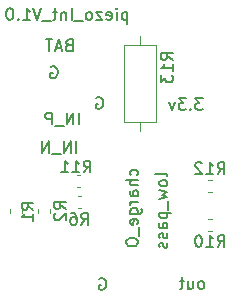
<source format=gbr>
%TF.GenerationSoftware,KiCad,Pcbnew,(5.1.6)-1*%
%TF.CreationDate,2020-11-25T11:03:50+08:00*%
%TF.ProjectId,BCG_Piezo_Integrated_V1.0,4243475f-5069-4657-9a6f-5f496e746567,rev?*%
%TF.SameCoordinates,Original*%
%TF.FileFunction,Legend,Bot*%
%TF.FilePolarity,Positive*%
%FSLAX46Y46*%
G04 Gerber Fmt 4.6, Leading zero omitted, Abs format (unit mm)*
G04 Created by KiCad (PCBNEW (5.1.6)-1) date 2020-11-25 11:03:50*
%MOMM*%
%LPD*%
G01*
G04 APERTURE LIST*
%ADD10C,0.150000*%
%ADD11C,0.120000*%
G04 APERTURE END LIST*
D10*
X170017438Y-129935314D02*
X170017438Y-130935314D01*
X170017438Y-129982933D02*
X169922200Y-129935314D01*
X169731723Y-129935314D01*
X169636485Y-129982933D01*
X169588866Y-130030552D01*
X169541247Y-130125790D01*
X169541247Y-130411504D01*
X169588866Y-130506742D01*
X169636485Y-130554361D01*
X169731723Y-130601980D01*
X169922200Y-130601980D01*
X170017438Y-130554361D01*
X169112676Y-130601980D02*
X169112676Y-129935314D01*
X169112676Y-129601980D02*
X169160295Y-129649600D01*
X169112676Y-129697219D01*
X169065057Y-129649600D01*
X169112676Y-129601980D01*
X169112676Y-129697219D01*
X168255533Y-130554361D02*
X168350771Y-130601980D01*
X168541247Y-130601980D01*
X168636485Y-130554361D01*
X168684104Y-130459123D01*
X168684104Y-130078171D01*
X168636485Y-129982933D01*
X168541247Y-129935314D01*
X168350771Y-129935314D01*
X168255533Y-129982933D01*
X168207914Y-130078171D01*
X168207914Y-130173409D01*
X168684104Y-130268647D01*
X167874580Y-129935314D02*
X167350771Y-129935314D01*
X167874580Y-130601980D01*
X167350771Y-130601980D01*
X166826961Y-130601980D02*
X166922200Y-130554361D01*
X166969819Y-130506742D01*
X167017438Y-130411504D01*
X167017438Y-130125790D01*
X166969819Y-130030552D01*
X166922200Y-129982933D01*
X166826961Y-129935314D01*
X166684104Y-129935314D01*
X166588866Y-129982933D01*
X166541247Y-130030552D01*
X166493628Y-130125790D01*
X166493628Y-130411504D01*
X166541247Y-130506742D01*
X166588866Y-130554361D01*
X166684104Y-130601980D01*
X166826961Y-130601980D01*
X166303152Y-130697219D02*
X165541247Y-130697219D01*
X165303152Y-130601980D02*
X165303152Y-129601980D01*
X164826961Y-129935314D02*
X164826961Y-130601980D01*
X164826961Y-130030552D02*
X164779342Y-129982933D01*
X164684104Y-129935314D01*
X164541247Y-129935314D01*
X164446009Y-129982933D01*
X164398390Y-130078171D01*
X164398390Y-130601980D01*
X164065057Y-129935314D02*
X163684104Y-129935314D01*
X163922200Y-129601980D02*
X163922200Y-130459123D01*
X163874580Y-130554361D01*
X163779342Y-130601980D01*
X163684104Y-130601980D01*
X163588866Y-130697219D02*
X162826961Y-130697219D01*
X162731723Y-129601980D02*
X162398390Y-130601980D01*
X162065057Y-129601980D01*
X161207914Y-130601980D02*
X161779342Y-130601980D01*
X161493628Y-130601980D02*
X161493628Y-129601980D01*
X161588866Y-129744838D01*
X161684104Y-129840076D01*
X161779342Y-129887695D01*
X160779342Y-130506742D02*
X160731723Y-130554361D01*
X160779342Y-130601980D01*
X160826961Y-130554361D01*
X160779342Y-130506742D01*
X160779342Y-130601980D01*
X160112676Y-129601980D02*
X160017438Y-129601980D01*
X159922200Y-129649600D01*
X159874580Y-129697219D01*
X159826961Y-129792457D01*
X159779342Y-129982933D01*
X159779342Y-130221028D01*
X159826961Y-130411504D01*
X159874580Y-130506742D01*
X159922200Y-130554361D01*
X160017438Y-130601980D01*
X160112676Y-130601980D01*
X160207914Y-130554361D01*
X160255533Y-130506742D01*
X160303152Y-130411504D01*
X160350771Y-130221028D01*
X160350771Y-129982933D01*
X160303152Y-129792457D01*
X160255533Y-129697219D01*
X160207914Y-129649600D01*
X160112676Y-129601980D01*
X167403495Y-137168000D02*
X167498733Y-137120380D01*
X167641590Y-137120380D01*
X167784447Y-137168000D01*
X167879685Y-137263238D01*
X167927304Y-137358476D01*
X167974923Y-137548952D01*
X167974923Y-137691809D01*
X167927304Y-137882285D01*
X167879685Y-137977523D01*
X167784447Y-138072761D01*
X167641590Y-138120380D01*
X167546352Y-138120380D01*
X167403495Y-138072761D01*
X167355876Y-138025142D01*
X167355876Y-137691809D01*
X167546352Y-137691809D01*
X176409171Y-137221980D02*
X175790123Y-137221980D01*
X176123457Y-137602933D01*
X175980600Y-137602933D01*
X175885361Y-137650552D01*
X175837742Y-137698171D01*
X175790123Y-137793409D01*
X175790123Y-138031504D01*
X175837742Y-138126742D01*
X175885361Y-138174361D01*
X175980600Y-138221980D01*
X176266314Y-138221980D01*
X176361552Y-138174361D01*
X176409171Y-138126742D01*
X175361552Y-138126742D02*
X175313933Y-138174361D01*
X175361552Y-138221980D01*
X175409171Y-138174361D01*
X175361552Y-138126742D01*
X175361552Y-138221980D01*
X174980600Y-137221980D02*
X174361552Y-137221980D01*
X174694885Y-137602933D01*
X174552028Y-137602933D01*
X174456790Y-137650552D01*
X174409171Y-137698171D01*
X174361552Y-137793409D01*
X174361552Y-138031504D01*
X174409171Y-138126742D01*
X174456790Y-138174361D01*
X174552028Y-138221980D01*
X174837742Y-138221980D01*
X174932980Y-138174361D01*
X174980600Y-138126742D01*
X174028219Y-137555314D02*
X173790123Y-138221980D01*
X173552028Y-137555314D01*
X165050695Y-132719771D02*
X164907838Y-132767390D01*
X164860219Y-132815009D01*
X164812600Y-132910247D01*
X164812600Y-133053104D01*
X164860219Y-133148342D01*
X164907838Y-133195961D01*
X165003076Y-133243580D01*
X165384028Y-133243580D01*
X165384028Y-132243580D01*
X165050695Y-132243580D01*
X164955457Y-132291200D01*
X164907838Y-132338819D01*
X164860219Y-132434057D01*
X164860219Y-132529295D01*
X164907838Y-132624533D01*
X164955457Y-132672152D01*
X165050695Y-132719771D01*
X165384028Y-132719771D01*
X164431647Y-132957866D02*
X163955457Y-132957866D01*
X164526885Y-133243580D02*
X164193552Y-132243580D01*
X163860219Y-133243580D01*
X163669742Y-132243580D02*
X163098314Y-132243580D01*
X163384028Y-133243580D02*
X163384028Y-132243580D01*
X163542695Y-134577200D02*
X163637933Y-134529580D01*
X163780790Y-134529580D01*
X163923647Y-134577200D01*
X164018885Y-134672438D01*
X164066504Y-134767676D01*
X164114123Y-134958152D01*
X164114123Y-135101009D01*
X164066504Y-135291485D01*
X164018885Y-135386723D01*
X163923647Y-135481961D01*
X163780790Y-135529580D01*
X163685552Y-135529580D01*
X163542695Y-135481961D01*
X163495076Y-135434342D01*
X163495076Y-135101009D01*
X163685552Y-135101009D01*
X165920561Y-139441180D02*
X165920561Y-138441180D01*
X165444371Y-139441180D02*
X165444371Y-138441180D01*
X164872942Y-139441180D01*
X164872942Y-138441180D01*
X164634847Y-139536419D02*
X163872942Y-139536419D01*
X163634847Y-139441180D02*
X163634847Y-138441180D01*
X163253895Y-138441180D01*
X163158657Y-138488800D01*
X163111038Y-138536419D01*
X163063419Y-138631657D01*
X163063419Y-138774514D01*
X163111038Y-138869752D01*
X163158657Y-138917371D01*
X163253895Y-138964990D01*
X163634847Y-138964990D01*
X165690371Y-141879580D02*
X165690371Y-140879580D01*
X165214180Y-141879580D02*
X165214180Y-140879580D01*
X164642752Y-141879580D01*
X164642752Y-140879580D01*
X164404657Y-141974819D02*
X163642752Y-141974819D01*
X163404657Y-141879580D02*
X163404657Y-140879580D01*
X162833228Y-141879580D01*
X162833228Y-140879580D01*
X176348923Y-153360380D02*
X176444161Y-153312761D01*
X176491780Y-153265142D01*
X176539400Y-153169904D01*
X176539400Y-152884190D01*
X176491780Y-152788952D01*
X176444161Y-152741333D01*
X176348923Y-152693714D01*
X176206066Y-152693714D01*
X176110828Y-152741333D01*
X176063209Y-152788952D01*
X176015590Y-152884190D01*
X176015590Y-153169904D01*
X176063209Y-153265142D01*
X176110828Y-153312761D01*
X176206066Y-153360380D01*
X176348923Y-153360380D01*
X175158447Y-152693714D02*
X175158447Y-153360380D01*
X175587019Y-152693714D02*
X175587019Y-153217523D01*
X175539400Y-153312761D01*
X175444161Y-153360380D01*
X175301304Y-153360380D01*
X175206066Y-153312761D01*
X175158447Y-153265142D01*
X174825114Y-152693714D02*
X174444161Y-152693714D01*
X174682257Y-152360380D02*
X174682257Y-153217523D01*
X174634638Y-153312761D01*
X174539400Y-153360380D01*
X174444161Y-153360380D01*
X173400980Y-143808819D02*
X173353361Y-143713580D01*
X173258123Y-143665961D01*
X172400980Y-143665961D01*
X173400980Y-144332628D02*
X173353361Y-144237390D01*
X173305742Y-144189771D01*
X173210504Y-144142152D01*
X172924790Y-144142152D01*
X172829552Y-144189771D01*
X172781933Y-144237390D01*
X172734314Y-144332628D01*
X172734314Y-144475485D01*
X172781933Y-144570723D01*
X172829552Y-144618342D01*
X172924790Y-144665961D01*
X173210504Y-144665961D01*
X173305742Y-144618342D01*
X173353361Y-144570723D01*
X173400980Y-144475485D01*
X173400980Y-144332628D01*
X172734314Y-144999295D02*
X173400980Y-145189771D01*
X172924790Y-145380247D01*
X173400980Y-145570723D01*
X172734314Y-145761200D01*
X173496219Y-145904057D02*
X173496219Y-146665961D01*
X172734314Y-146904057D02*
X173734314Y-146904057D01*
X172781933Y-146904057D02*
X172734314Y-146999295D01*
X172734314Y-147189771D01*
X172781933Y-147285009D01*
X172829552Y-147332628D01*
X172924790Y-147380247D01*
X173210504Y-147380247D01*
X173305742Y-147332628D01*
X173353361Y-147285009D01*
X173400980Y-147189771D01*
X173400980Y-146999295D01*
X173353361Y-146904057D01*
X173400980Y-148237390D02*
X172877171Y-148237390D01*
X172781933Y-148189771D01*
X172734314Y-148094533D01*
X172734314Y-147904057D01*
X172781933Y-147808819D01*
X173353361Y-148237390D02*
X173400980Y-148142152D01*
X173400980Y-147904057D01*
X173353361Y-147808819D01*
X173258123Y-147761200D01*
X173162885Y-147761200D01*
X173067647Y-147808819D01*
X173020028Y-147904057D01*
X173020028Y-148142152D01*
X172972409Y-148237390D01*
X173353361Y-148665961D02*
X173400980Y-148761200D01*
X173400980Y-148951676D01*
X173353361Y-149046914D01*
X173258123Y-149094533D01*
X173210504Y-149094533D01*
X173115266Y-149046914D01*
X173067647Y-148951676D01*
X173067647Y-148808819D01*
X173020028Y-148713580D01*
X172924790Y-148665961D01*
X172877171Y-148665961D01*
X172781933Y-148713580D01*
X172734314Y-148808819D01*
X172734314Y-148951676D01*
X172781933Y-149046914D01*
X173353361Y-149475485D02*
X173400980Y-149570723D01*
X173400980Y-149761200D01*
X173353361Y-149856438D01*
X173258123Y-149904057D01*
X173210504Y-149904057D01*
X173115266Y-149856438D01*
X173067647Y-149761200D01*
X173067647Y-149618342D01*
X173020028Y-149523104D01*
X172924790Y-149475485D01*
X172877171Y-149475485D01*
X172781933Y-149523104D01*
X172734314Y-149618342D01*
X172734314Y-149761200D01*
X172781933Y-149856438D01*
X170864161Y-143745295D02*
X170911780Y-143650057D01*
X170911780Y-143459580D01*
X170864161Y-143364342D01*
X170816542Y-143316723D01*
X170721304Y-143269104D01*
X170435590Y-143269104D01*
X170340352Y-143316723D01*
X170292733Y-143364342D01*
X170245114Y-143459580D01*
X170245114Y-143650057D01*
X170292733Y-143745295D01*
X170911780Y-144173866D02*
X169911780Y-144173866D01*
X170911780Y-144602438D02*
X170387971Y-144602438D01*
X170292733Y-144554819D01*
X170245114Y-144459580D01*
X170245114Y-144316723D01*
X170292733Y-144221485D01*
X170340352Y-144173866D01*
X170911780Y-145507200D02*
X170387971Y-145507200D01*
X170292733Y-145459580D01*
X170245114Y-145364342D01*
X170245114Y-145173866D01*
X170292733Y-145078628D01*
X170864161Y-145507200D02*
X170911780Y-145411961D01*
X170911780Y-145173866D01*
X170864161Y-145078628D01*
X170768923Y-145031009D01*
X170673685Y-145031009D01*
X170578447Y-145078628D01*
X170530828Y-145173866D01*
X170530828Y-145411961D01*
X170483209Y-145507200D01*
X170911780Y-145983390D02*
X170245114Y-145983390D01*
X170435590Y-145983390D02*
X170340352Y-146031009D01*
X170292733Y-146078628D01*
X170245114Y-146173866D01*
X170245114Y-146269104D01*
X170245114Y-147031009D02*
X171054638Y-147031009D01*
X171149876Y-146983390D01*
X171197495Y-146935771D01*
X171245114Y-146840533D01*
X171245114Y-146697676D01*
X171197495Y-146602438D01*
X170864161Y-147031009D02*
X170911780Y-146935771D01*
X170911780Y-146745295D01*
X170864161Y-146650057D01*
X170816542Y-146602438D01*
X170721304Y-146554819D01*
X170435590Y-146554819D01*
X170340352Y-146602438D01*
X170292733Y-146650057D01*
X170245114Y-146745295D01*
X170245114Y-146935771D01*
X170292733Y-147031009D01*
X170864161Y-147888152D02*
X170911780Y-147792914D01*
X170911780Y-147602438D01*
X170864161Y-147507200D01*
X170768923Y-147459580D01*
X170387971Y-147459580D01*
X170292733Y-147507200D01*
X170245114Y-147602438D01*
X170245114Y-147792914D01*
X170292733Y-147888152D01*
X170387971Y-147935771D01*
X170483209Y-147935771D01*
X170578447Y-147459580D01*
X171007019Y-148126247D02*
X171007019Y-148888152D01*
X169911780Y-149316723D02*
X169911780Y-149507200D01*
X169959400Y-149602438D01*
X170054638Y-149697676D01*
X170245114Y-149745295D01*
X170578447Y-149745295D01*
X170768923Y-149697676D01*
X170864161Y-149602438D01*
X170911780Y-149507200D01*
X170911780Y-149316723D01*
X170864161Y-149221485D01*
X170768923Y-149126247D01*
X170578447Y-149078628D01*
X170245114Y-149078628D01*
X170054638Y-149126247D01*
X169959400Y-149221485D01*
X169911780Y-149316723D01*
X167657495Y-152509600D02*
X167752733Y-152461980D01*
X167895590Y-152461980D01*
X168038447Y-152509600D01*
X168133685Y-152604838D01*
X168181304Y-152700076D01*
X168228923Y-152890552D01*
X168228923Y-153033409D01*
X168181304Y-153223885D01*
X168133685Y-153319123D01*
X168038447Y-153414361D01*
X167895590Y-153461980D01*
X167800352Y-153461980D01*
X167657495Y-153414361D01*
X167609876Y-153366742D01*
X167609876Y-153033409D01*
X167800352Y-153033409D01*
D11*
%TO.C,R13*%
X172439000Y-139261600D02*
X169699000Y-139261600D01*
X169699000Y-139261600D02*
X169699000Y-132721600D01*
X169699000Y-132721600D02*
X172439000Y-132721600D01*
X172439000Y-132721600D02*
X172439000Y-139261600D01*
X171069000Y-140031600D02*
X171069000Y-139261600D01*
X171069000Y-131951600D02*
X171069000Y-132721600D01*
%TO.C,R2*%
X163501800Y-146949279D02*
X163501800Y-146623721D01*
X162481800Y-146949279D02*
X162481800Y-146623721D01*
%TO.C,R1*%
X160043400Y-146623921D02*
X160043400Y-146949479D01*
X161063400Y-146623921D02*
X161063400Y-146949479D01*
%TO.C,R12*%
X177175379Y-144117600D02*
X176849821Y-144117600D01*
X177175379Y-145137600D02*
X176849821Y-145137600D01*
%TO.C,R11*%
X165724621Y-144782000D02*
X166050179Y-144782000D01*
X165724621Y-143762000D02*
X166050179Y-143762000D01*
%TO.C,R10*%
X176849821Y-148439600D02*
X177175379Y-148439600D01*
X176849821Y-147419600D02*
X177175379Y-147419600D01*
%TO.C,R6*%
X165800721Y-146560000D02*
X166126279Y-146560000D01*
X165800721Y-145540000D02*
X166126279Y-145540000D01*
%TO.C,R13*%
D10*
X173858180Y-133977142D02*
X173381990Y-133643809D01*
X173858180Y-133405714D02*
X172858180Y-133405714D01*
X172858180Y-133786666D01*
X172905800Y-133881904D01*
X172953419Y-133929523D01*
X173048657Y-133977142D01*
X173191514Y-133977142D01*
X173286752Y-133929523D01*
X173334371Y-133881904D01*
X173381990Y-133786666D01*
X173381990Y-133405714D01*
X173858180Y-134929523D02*
X173858180Y-134358095D01*
X173858180Y-134643809D02*
X172858180Y-134643809D01*
X173001038Y-134548571D01*
X173096276Y-134453333D01*
X173143895Y-134358095D01*
X172858180Y-135262857D02*
X172858180Y-135881904D01*
X173239133Y-135548571D01*
X173239133Y-135691428D01*
X173286752Y-135786666D01*
X173334371Y-135834285D01*
X173429609Y-135881904D01*
X173667704Y-135881904D01*
X173762942Y-135834285D01*
X173810561Y-135786666D01*
X173858180Y-135691428D01*
X173858180Y-135405714D01*
X173810561Y-135310476D01*
X173762942Y-135262857D01*
%TO.C,R2*%
X164815780Y-146594533D02*
X164339590Y-146261200D01*
X164815780Y-146023104D02*
X163815780Y-146023104D01*
X163815780Y-146404057D01*
X163863400Y-146499295D01*
X163911019Y-146546914D01*
X164006257Y-146594533D01*
X164149114Y-146594533D01*
X164244352Y-146546914D01*
X164291971Y-146499295D01*
X164339590Y-146404057D01*
X164339590Y-146023104D01*
X163911019Y-146975485D02*
X163863400Y-147023104D01*
X163815780Y-147118342D01*
X163815780Y-147356438D01*
X163863400Y-147451676D01*
X163911019Y-147499295D01*
X164006257Y-147546914D01*
X164101495Y-147546914D01*
X164244352Y-147499295D01*
X164815780Y-146927866D01*
X164815780Y-147546914D01*
%TO.C,R1*%
X162072580Y-146645333D02*
X161596390Y-146312000D01*
X162072580Y-146073904D02*
X161072580Y-146073904D01*
X161072580Y-146454857D01*
X161120200Y-146550095D01*
X161167819Y-146597714D01*
X161263057Y-146645333D01*
X161405914Y-146645333D01*
X161501152Y-146597714D01*
X161548771Y-146550095D01*
X161596390Y-146454857D01*
X161596390Y-146073904D01*
X162072580Y-147597714D02*
X162072580Y-147026285D01*
X162072580Y-147312000D02*
X161072580Y-147312000D01*
X161215438Y-147216761D01*
X161310676Y-147121523D01*
X161358295Y-147026285D01*
%TO.C,R12*%
X177655457Y-143649980D02*
X177988790Y-143173790D01*
X178226885Y-143649980D02*
X178226885Y-142649980D01*
X177845933Y-142649980D01*
X177750695Y-142697600D01*
X177703076Y-142745219D01*
X177655457Y-142840457D01*
X177655457Y-142983314D01*
X177703076Y-143078552D01*
X177750695Y-143126171D01*
X177845933Y-143173790D01*
X178226885Y-143173790D01*
X176703076Y-143649980D02*
X177274504Y-143649980D01*
X176988790Y-143649980D02*
X176988790Y-142649980D01*
X177084028Y-142792838D01*
X177179266Y-142888076D01*
X177274504Y-142935695D01*
X176322123Y-142745219D02*
X176274504Y-142697600D01*
X176179266Y-142649980D01*
X175941171Y-142649980D01*
X175845933Y-142697600D01*
X175798314Y-142745219D01*
X175750695Y-142840457D01*
X175750695Y-142935695D01*
X175798314Y-143078552D01*
X176369742Y-143649980D01*
X175750695Y-143649980D01*
%TO.C,R11*%
X166327057Y-143505180D02*
X166660390Y-143028990D01*
X166898485Y-143505180D02*
X166898485Y-142505180D01*
X166517533Y-142505180D01*
X166422295Y-142552800D01*
X166374676Y-142600419D01*
X166327057Y-142695657D01*
X166327057Y-142838514D01*
X166374676Y-142933752D01*
X166422295Y-142981371D01*
X166517533Y-143028990D01*
X166898485Y-143028990D01*
X165374676Y-143505180D02*
X165946104Y-143505180D01*
X165660390Y-143505180D02*
X165660390Y-142505180D01*
X165755628Y-142648038D01*
X165850866Y-142743276D01*
X165946104Y-142790895D01*
X164422295Y-143505180D02*
X164993723Y-143505180D01*
X164708009Y-143505180D02*
X164708009Y-142505180D01*
X164803247Y-142648038D01*
X164898485Y-142743276D01*
X164993723Y-142790895D01*
%TO.C,R10*%
X177655457Y-149811980D02*
X177988790Y-149335790D01*
X178226885Y-149811980D02*
X178226885Y-148811980D01*
X177845933Y-148811980D01*
X177750695Y-148859600D01*
X177703076Y-148907219D01*
X177655457Y-149002457D01*
X177655457Y-149145314D01*
X177703076Y-149240552D01*
X177750695Y-149288171D01*
X177845933Y-149335790D01*
X178226885Y-149335790D01*
X176703076Y-149811980D02*
X177274504Y-149811980D01*
X176988790Y-149811980D02*
X176988790Y-148811980D01*
X177084028Y-148954838D01*
X177179266Y-149050076D01*
X177274504Y-149097695D01*
X176084028Y-148811980D02*
X175988790Y-148811980D01*
X175893552Y-148859600D01*
X175845933Y-148907219D01*
X175798314Y-149002457D01*
X175750695Y-149192933D01*
X175750695Y-149431028D01*
X175798314Y-149621504D01*
X175845933Y-149716742D01*
X175893552Y-149764361D01*
X175988790Y-149811980D01*
X176084028Y-149811980D01*
X176179266Y-149764361D01*
X176226885Y-149716742D01*
X176274504Y-149621504D01*
X176322123Y-149431028D01*
X176322123Y-149192933D01*
X176274504Y-149002457D01*
X176226885Y-148907219D01*
X176179266Y-148859600D01*
X176084028Y-148811980D01*
%TO.C,R6*%
X166130166Y-147932380D02*
X166463500Y-147456190D01*
X166701595Y-147932380D02*
X166701595Y-146932380D01*
X166320642Y-146932380D01*
X166225404Y-146980000D01*
X166177785Y-147027619D01*
X166130166Y-147122857D01*
X166130166Y-147265714D01*
X166177785Y-147360952D01*
X166225404Y-147408571D01*
X166320642Y-147456190D01*
X166701595Y-147456190D01*
X165273023Y-146932380D02*
X165463500Y-146932380D01*
X165558738Y-146980000D01*
X165606357Y-147027619D01*
X165701595Y-147170476D01*
X165749214Y-147360952D01*
X165749214Y-147741904D01*
X165701595Y-147837142D01*
X165653976Y-147884761D01*
X165558738Y-147932380D01*
X165368261Y-147932380D01*
X165273023Y-147884761D01*
X165225404Y-147837142D01*
X165177785Y-147741904D01*
X165177785Y-147503809D01*
X165225404Y-147408571D01*
X165273023Y-147360952D01*
X165368261Y-147313333D01*
X165558738Y-147313333D01*
X165653976Y-147360952D01*
X165701595Y-147408571D01*
X165749214Y-147503809D01*
%TD*%
M02*

</source>
